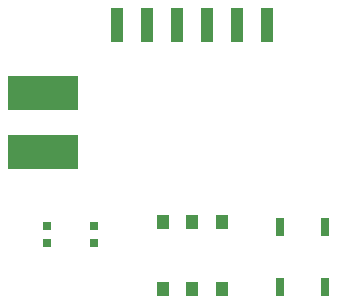
<source format=gbr>
G04 EAGLE Gerber RS-274X export*
G75*
%MOMM*%
%FSLAX34Y34*%
%LPD*%
%INSolderpaste Top*%
%IPPOS*%
%AMOC8*
5,1,8,0,0,1.08239X$1,22.5*%
G01*
%ADD10R,0.800000X0.800000*%
%ADD11R,1.000000X3.000000*%
%ADD12R,1.000000X1.150000*%
%ADD13R,0.762000X1.524000*%
%ADD14R,6.000000X3.000000*%


D10*
X-83430Y-86900D03*
X-83430Y-101900D03*
D11*
X-12700Y82700D03*
X-38100Y82700D03*
X-63500Y82700D03*
X12700Y82700D03*
X38100Y82700D03*
X63500Y82700D03*
D12*
X25000Y-84150D03*
X0Y-84150D03*
X-25000Y-84150D03*
X25000Y-140650D03*
X0Y-140650D03*
X-25000Y-140650D03*
D10*
X-122800Y-86900D03*
X-122800Y-101900D03*
D13*
X74150Y-138600D03*
X74150Y-87800D03*
X112250Y-138600D03*
X112250Y-87800D03*
D14*
X-125950Y25000D03*
X-125950Y-25000D03*
M02*

</source>
